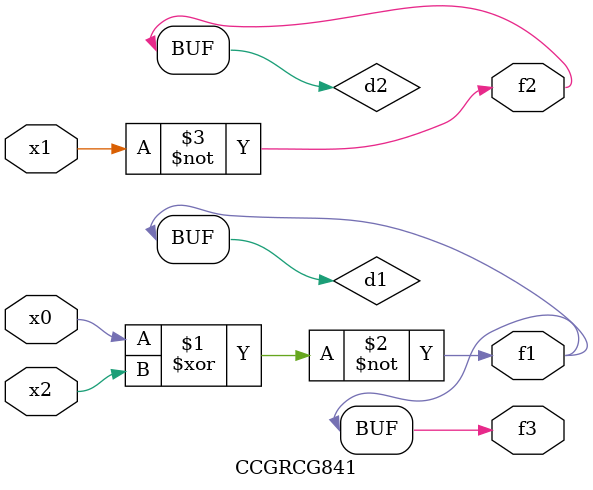
<source format=v>
module CCGRCG841(
	input x0, x1, x2,
	output f1, f2, f3
);

	wire d1, d2, d3;

	xnor (d1, x0, x2);
	nand (d2, x1);
	nor (d3, x1, x2);
	assign f1 = d1;
	assign f2 = d2;
	assign f3 = d1;
endmodule

</source>
